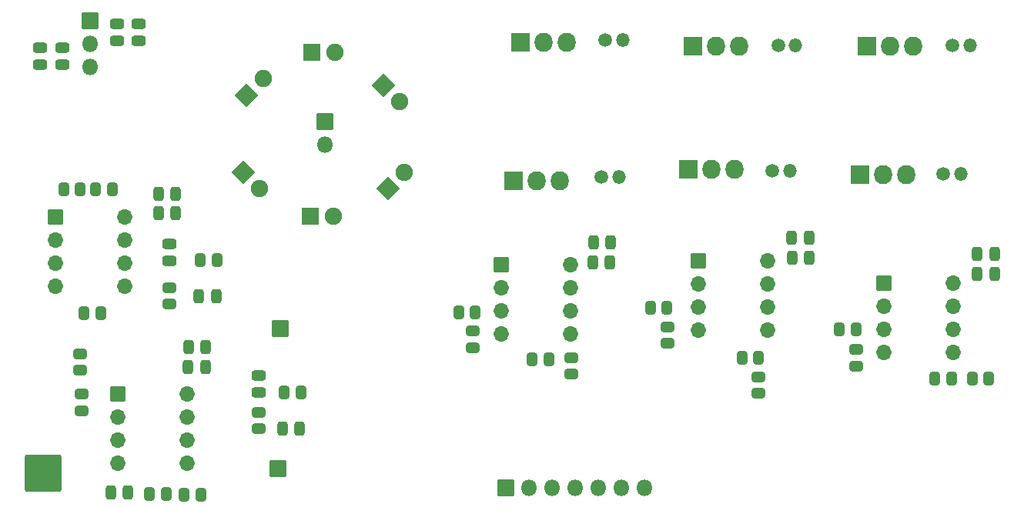
<source format=gbr>
G04 #@! TF.GenerationSoftware,KiCad,Pcbnew,6.0.2-378541a8eb~116~ubuntu20.04.1*
G04 #@! TF.CreationDate,2022-03-04T16:59:05+01:00*
G04 #@! TF.ProjectId,power-ice,706f7765-722d-4696-9365-2e6b69636164,rev?*
G04 #@! TF.SameCoordinates,Original*
G04 #@! TF.FileFunction,Soldermask,Top*
G04 #@! TF.FilePolarity,Negative*
%FSLAX46Y46*%
G04 Gerber Fmt 4.6, Leading zero omitted, Abs format (unit mm)*
G04 Created by KiCad (PCBNEW 6.0.2-378541a8eb~116~ubuntu20.04.1) date 2022-03-04 16:59:05*
%MOMM*%
%LPD*%
G01*
G04 APERTURE LIST*
G04 Aperture macros list*
%AMRoundRect*
0 Rectangle with rounded corners*
0 $1 Rounding radius*
0 $2 $3 $4 $5 $6 $7 $8 $9 X,Y pos of 4 corners*
0 Add a 4 corners polygon primitive as box body*
4,1,4,$2,$3,$4,$5,$6,$7,$8,$9,$2,$3,0*
0 Add four circle primitives for the rounded corners*
1,1,$1+$1,$2,$3*
1,1,$1+$1,$4,$5*
1,1,$1+$1,$6,$7*
1,1,$1+$1,$8,$9*
0 Add four rect primitives between the rounded corners*
20,1,$1+$1,$2,$3,$4,$5,0*
20,1,$1+$1,$4,$5,$6,$7,0*
20,1,$1+$1,$6,$7,$8,$9,0*
20,1,$1+$1,$8,$9,$2,$3,0*%
G04 Aperture macros list end*
%ADD10RoundRect,0.051000X-0.952500X-1.000000X0.952500X-1.000000X0.952500X1.000000X-0.952500X1.000000X0*%
%ADD11O,2.007000X2.102000*%
%ADD12RoundRect,0.051000X-0.850000X-0.850000X0.850000X-0.850000X0.850000X0.850000X-0.850000X0.850000X0*%
%ADD13RoundRect,0.301000X0.475000X-0.250000X0.475000X0.250000X-0.475000X0.250000X-0.475000X-0.250000X0*%
%ADD14RoundRect,0.301000X-0.450000X0.262500X-0.450000X-0.262500X0.450000X-0.262500X0.450000X0.262500X0*%
%ADD15RoundRect,0.301000X-0.250000X-0.475000X0.250000X-0.475000X0.250000X0.475000X-0.250000X0.475000X0*%
%ADD16RoundRect,0.301000X0.450000X-0.262500X0.450000X0.262500X-0.450000X0.262500X-0.450000X-0.262500X0*%
%ADD17RoundRect,0.051000X-0.800000X-0.800000X0.800000X-0.800000X0.800000X0.800000X-0.800000X0.800000X0*%
%ADD18O,1.702000X1.702000*%
%ADD19C,1.502000*%
%ADD20O,1.502000X1.502000*%
%ADD21RoundRect,0.301000X0.262500X0.450000X-0.262500X0.450000X-0.262500X-0.450000X0.262500X-0.450000X0*%
%ADD22RoundRect,0.301000X-0.262500X-0.450000X0.262500X-0.450000X0.262500X0.450000X-0.262500X0.450000X0*%
%ADD23RoundRect,0.051000X0.000000X-1.272792X1.272792X0.000000X0.000000X1.272792X-1.272792X0.000000X0*%
%ADD24C,1.902000*%
%ADD25O,1.802000X1.802000*%
%ADD26RoundRect,0.051000X0.850000X-0.850000X0.850000X0.850000X-0.850000X0.850000X-0.850000X-0.850000X0*%
%ADD27RoundRect,0.051000X-1.272792X0.000000X0.000000X-1.272792X1.272792X0.000000X0.000000X1.272792X0*%
%ADD28RoundRect,0.051000X-0.900000X-0.900000X0.900000X-0.900000X0.900000X0.900000X-0.900000X0.900000X0*%
%ADD29RoundRect,0.301000X-1.750000X-1.750000X1.750000X-1.750000X1.750000X1.750000X-1.750000X1.750000X0*%
%ADD30RoundRect,0.301000X0.250000X0.475000X-0.250000X0.475000X-0.250000X-0.475000X0.250000X-0.475000X0*%
%ADD31RoundRect,0.301000X-0.475000X0.250000X-0.475000X-0.250000X0.475000X-0.250000X0.475000X0.250000X0*%
G04 APERTURE END LIST*
D10*
X165700000Y-30600000D03*
D11*
X168240000Y-30600000D03*
X170780000Y-30600000D03*
D12*
X120250000Y-61700000D03*
D13*
X102300000Y-30050000D03*
X102300000Y-28150000D03*
D14*
X152287500Y-64875000D03*
X152287500Y-66700000D03*
D15*
X176587500Y-53900000D03*
X178487500Y-53900000D03*
D16*
X98250000Y-66300000D03*
X98250000Y-64475000D03*
D17*
X95600000Y-49400000D03*
D18*
X95600000Y-51940000D03*
X95600000Y-54480000D03*
X95600000Y-57020000D03*
X103220000Y-57020000D03*
X103220000Y-54480000D03*
X103220000Y-51940000D03*
X103220000Y-49400000D03*
D15*
X106900000Y-46900000D03*
X108800000Y-46900000D03*
D19*
X155600000Y-45000000D03*
D20*
X157500000Y-45000000D03*
D21*
X194100000Y-67200000D03*
X192275000Y-67200000D03*
D16*
X141487500Y-63812500D03*
X141487500Y-61987500D03*
D22*
X147975000Y-65100000D03*
X149800000Y-65100000D03*
D16*
X162887500Y-63312500D03*
X162887500Y-61487500D03*
D15*
X110150000Y-65900000D03*
X112050000Y-65900000D03*
X154737500Y-52200000D03*
X156637500Y-52200000D03*
X196937500Y-55700000D03*
X198837500Y-55700000D03*
D22*
X111500000Y-54200000D03*
X113325000Y-54200000D03*
D23*
X132103949Y-46296051D03*
D24*
X133900000Y-44500000D03*
D13*
X108100000Y-54250000D03*
X108100000Y-52350000D03*
D19*
X175035000Y-30555000D03*
D20*
X176935000Y-30555000D03*
D21*
X198200000Y-67200000D03*
X196375000Y-67200000D03*
D15*
X111350000Y-58100000D03*
X113250000Y-58100000D03*
D16*
X108100000Y-59025000D03*
X108100000Y-57200000D03*
D15*
X154637500Y-54400000D03*
X156537500Y-54400000D03*
D22*
X105900000Y-79900000D03*
X107725000Y-79900000D03*
D17*
X166267500Y-54260000D03*
D18*
X166267500Y-56800000D03*
X166267500Y-59340000D03*
X166267500Y-61880000D03*
X173887500Y-61880000D03*
X173887500Y-59340000D03*
X173887500Y-56800000D03*
X173887500Y-54260000D03*
D12*
X99400000Y-27800000D03*
D25*
X99400000Y-30340000D03*
X99400000Y-32880000D03*
D15*
X106900000Y-49000000D03*
X108800000Y-49000000D03*
D26*
X145100000Y-79200000D03*
D25*
X147640000Y-79200000D03*
X150180000Y-79200000D03*
X152720000Y-79200000D03*
X155260000Y-79200000D03*
X157800000Y-79200000D03*
X160340000Y-79200000D03*
D17*
X102450000Y-68900000D03*
D18*
X102450000Y-71440000D03*
X102450000Y-73980000D03*
X102450000Y-76520000D03*
X110070000Y-76520000D03*
X110070000Y-73980000D03*
X110070000Y-71440000D03*
X110070000Y-68900000D03*
D10*
X165160000Y-44145000D03*
D11*
X167700000Y-44145000D03*
X170240000Y-44145000D03*
D16*
X117950000Y-72712500D03*
X117950000Y-70887500D03*
D22*
X109700000Y-80000000D03*
X111525000Y-80000000D03*
D17*
X144587500Y-54700000D03*
D18*
X144587500Y-57240000D03*
X144587500Y-59780000D03*
X144587500Y-62320000D03*
X152207500Y-62320000D03*
X152207500Y-59780000D03*
X152207500Y-57240000D03*
X152207500Y-54700000D03*
D27*
X116203949Y-44503949D03*
D24*
X118000000Y-46300000D03*
D10*
X145960000Y-45445000D03*
D11*
X148500000Y-45445000D03*
X151040000Y-45445000D03*
D28*
X123625000Y-49300000D03*
D24*
X126165000Y-49300000D03*
D21*
X98312500Y-46400000D03*
X96487500Y-46400000D03*
D19*
X174395000Y-44300000D03*
D20*
X176295000Y-44300000D03*
D10*
X146700000Y-30200000D03*
D11*
X149240000Y-30200000D03*
X151780000Y-30200000D03*
D17*
X186687500Y-56700000D03*
D18*
X186687500Y-59240000D03*
X186687500Y-61780000D03*
X186687500Y-64320000D03*
X194307500Y-64320000D03*
X194307500Y-61780000D03*
X194307500Y-59240000D03*
X194307500Y-56700000D03*
D13*
X96300000Y-32650000D03*
X96300000Y-30750000D03*
D16*
X183587500Y-65812500D03*
X183587500Y-63987500D03*
D14*
X98450000Y-68887500D03*
X98450000Y-70712500D03*
D21*
X100525000Y-60000000D03*
X98700000Y-60000000D03*
D27*
X131600000Y-34900000D03*
D24*
X133396051Y-36696051D03*
D29*
X94200000Y-77600000D03*
D23*
X116600000Y-36000000D03*
D24*
X118396051Y-34203949D03*
D21*
X172900000Y-64900000D03*
X171075000Y-64900000D03*
D30*
X103550000Y-79700000D03*
X101650000Y-79700000D03*
D31*
X104700000Y-28150000D03*
X104700000Y-30050000D03*
D12*
X120050000Y-77100000D03*
D10*
X184060000Y-44745000D03*
D11*
X186600000Y-44745000D03*
X189140000Y-44745000D03*
D13*
X117950000Y-68750000D03*
X117950000Y-66850000D03*
D16*
X172887500Y-68812500D03*
X172887500Y-66987500D03*
D19*
X194240000Y-30555000D03*
D20*
X196140000Y-30555000D03*
D12*
X125200000Y-38900000D03*
D25*
X125200000Y-41440000D03*
D28*
X123760000Y-31300000D03*
D24*
X126300000Y-31300000D03*
D21*
X183612500Y-61800000D03*
X181787500Y-61800000D03*
D15*
X176537500Y-51700000D03*
X178437500Y-51700000D03*
D10*
X184800000Y-30600000D03*
D11*
X187340000Y-30600000D03*
X189880000Y-30600000D03*
D21*
X141712500Y-59900000D03*
X139887500Y-59900000D03*
D19*
X193200000Y-44700000D03*
D20*
X195100000Y-44700000D03*
D15*
X110200000Y-63700000D03*
X112100000Y-63700000D03*
X120500000Y-72700000D03*
X122400000Y-72700000D03*
D21*
X162812500Y-59400000D03*
X160987500Y-59400000D03*
D13*
X93900000Y-32650000D03*
X93900000Y-30750000D03*
D15*
X196937500Y-53500000D03*
X198837500Y-53500000D03*
D19*
X156035000Y-29955000D03*
D20*
X157935000Y-29955000D03*
D22*
X120737500Y-68700000D03*
X122562500Y-68700000D03*
D21*
X101825000Y-46400000D03*
X100000000Y-46400000D03*
M02*

</source>
